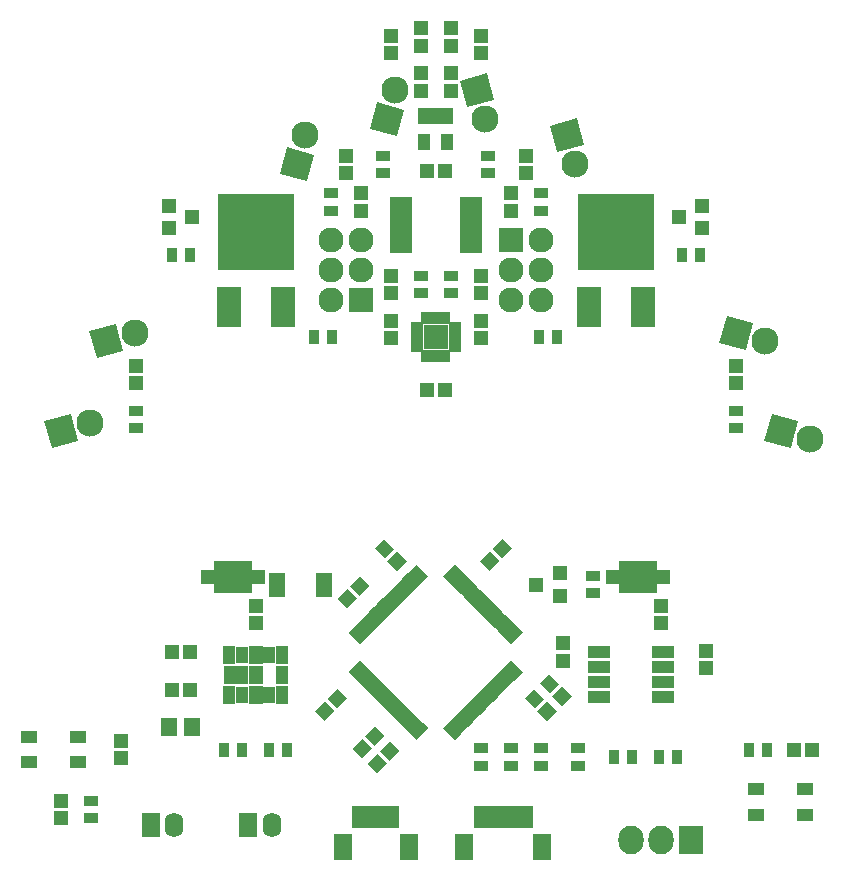
<source format=gbr>
G04 #@! TF.FileFunction,Soldermask,Top*
%FSLAX46Y46*%
G04 Gerber Fmt 4.6, Leading zero omitted, Abs format (unit mm)*
G04 Created by KiCad (PCBNEW 4.0.1-stable) date 2016/09/09 15:29:28*
%MOMM*%
G01*
G04 APERTURE LIST*
%ADD10C,0.100000*%
%ADD11R,1.000000X1.950000*%
%ADD12R,1.600000X2.200000*%
%ADD13R,1.150000X1.200000*%
%ADD14R,1.200000X1.150000*%
%ADD15R,1.400000X1.650000*%
%ADD16R,1.197560X1.197560*%
%ADD17R,2.127200X2.127200*%
%ADD18O,2.127200X2.127200*%
%ADD19R,1.200100X1.200100*%
%ADD20R,0.900000X1.300000*%
%ADD21R,1.300000X0.900000*%
%ADD22R,1.400000X2.000000*%
%ADD23R,1.450000X1.050000*%
%ADD24R,2.127200X2.432000*%
%ADD25O,2.127200X2.432000*%
%ADD26R,1.050000X1.460000*%
%ADD27R,1.950000X1.000000*%
%ADD28R,2.051000X3.448000*%
%ADD29R,6.496000X6.496000*%
%ADD30R,1.850000X0.850000*%
%ADD31C,2.300000*%
%ADD32R,1.000000X0.580000*%
%ADD33R,1.275000X1.200000*%
%ADD34R,0.580000X1.000000*%
%ADD35R,5.400000X1.300000*%
%ADD36C,1.200000*%
%ADD37R,0.680000X0.900000*%
%ADD38R,1.600000X2.100000*%
%ADD39O,1.600000X2.100000*%
%ADD40R,1.200000X1.500000*%
%ADD41R,1.100000X1.500000*%
%ADD42R,1.100000X1.400000*%
%ADD43R,1.000000X1.500000*%
G04 APERTURE END LIST*
D10*
D11*
X150715000Y-118692500D03*
X149715000Y-118692500D03*
X148715000Y-118692500D03*
X147715000Y-118692500D03*
X146715000Y-118692500D03*
D12*
X152015000Y-121217500D03*
X145415000Y-121217500D03*
D10*
G36*
X134658008Y-107798820D02*
X135471180Y-108611992D01*
X134622652Y-109460520D01*
X133809480Y-108647348D01*
X134658008Y-107798820D01*
X134658008Y-107798820D01*
G37*
G36*
X133597348Y-108859480D02*
X134410520Y-109672652D01*
X133561992Y-110521180D01*
X132748820Y-109708008D01*
X133597348Y-108859480D01*
X133597348Y-108859480D01*
G37*
G36*
X139103008Y-112243820D02*
X139916180Y-113056992D01*
X139067652Y-113905520D01*
X138254480Y-113092348D01*
X139103008Y-112243820D01*
X139103008Y-112243820D01*
G37*
G36*
X138042348Y-113304480D02*
X138855520Y-114117652D01*
X138006992Y-114966180D01*
X137193820Y-114153008D01*
X138042348Y-113304480D01*
X138042348Y-113304480D01*
G37*
G36*
X151798820Y-107341992D02*
X152611992Y-106528820D01*
X153460520Y-107377348D01*
X152647348Y-108190520D01*
X151798820Y-107341992D01*
X151798820Y-107341992D01*
G37*
G36*
X152859480Y-108402652D02*
X153672652Y-107589480D01*
X154521180Y-108438008D01*
X153708008Y-109251180D01*
X152859480Y-108402652D01*
X152859480Y-108402652D01*
G37*
G36*
X147531992Y-97821180D02*
X146718820Y-97008008D01*
X147567348Y-96159480D01*
X148380520Y-96972652D01*
X147531992Y-97821180D01*
X147531992Y-97821180D01*
G37*
G36*
X148592652Y-96760520D02*
X147779480Y-95947348D01*
X148628008Y-95098820D01*
X149441180Y-95911992D01*
X148592652Y-96760520D01*
X148592652Y-96760520D01*
G37*
G36*
X135466992Y-100996180D02*
X134653820Y-100183008D01*
X135502348Y-99334480D01*
X136315520Y-100147652D01*
X135466992Y-100996180D01*
X135466992Y-100996180D01*
G37*
G36*
X136527652Y-99935520D02*
X135714480Y-99122348D01*
X136563008Y-98273820D01*
X137376180Y-99086992D01*
X136527652Y-99935520D01*
X136527652Y-99935520D01*
G37*
G36*
X140551180Y-97008008D02*
X139738008Y-97821180D01*
X138889480Y-96972652D01*
X139702652Y-96159480D01*
X140551180Y-97008008D01*
X140551180Y-97008008D01*
G37*
G36*
X139490520Y-95947348D02*
X138677348Y-96760520D01*
X137828820Y-95911992D01*
X138641992Y-95098820D01*
X139490520Y-95947348D01*
X139490520Y-95947348D01*
G37*
D13*
X116330000Y-112220000D03*
X116330000Y-113720000D03*
D10*
G36*
X137833008Y-110973820D02*
X138646180Y-111786992D01*
X137797652Y-112635520D01*
X136984480Y-111822348D01*
X137833008Y-110973820D01*
X137833008Y-110973820D01*
G37*
G36*
X136772348Y-112034480D02*
X137585520Y-112847652D01*
X136736992Y-113696180D01*
X135923820Y-112883008D01*
X136772348Y-112034480D01*
X136772348Y-112034480D01*
G37*
G36*
X150528820Y-108611992D02*
X151341992Y-107798820D01*
X152190520Y-108647348D01*
X151377348Y-109460520D01*
X150528820Y-108611992D01*
X150528820Y-108611992D01*
G37*
G36*
X151589480Y-109672652D02*
X152402652Y-108859480D01*
X153251180Y-109708008D01*
X152438008Y-110521180D01*
X151589480Y-109672652D01*
X151589480Y-109672652D01*
G37*
D13*
X127760000Y-100790000D03*
X127760000Y-102290000D03*
X162050000Y-100790000D03*
X162050000Y-102290000D03*
D14*
X122160000Y-104715000D03*
X120660000Y-104715000D03*
X122160000Y-107890000D03*
X120660000Y-107890000D03*
D15*
X122410000Y-111065000D03*
X120410000Y-111065000D03*
D13*
X141730000Y-57205000D03*
X141730000Y-55705000D03*
D14*
X143750000Y-63948000D03*
X142250000Y-63948000D03*
D13*
X144270000Y-57205000D03*
X144270000Y-55705000D03*
X165860000Y-104600000D03*
X165860000Y-106100000D03*
X153795000Y-103965000D03*
X153795000Y-105465000D03*
X136650000Y-65865000D03*
X136650000Y-67365000D03*
X135380000Y-64190000D03*
X135380000Y-62690000D03*
X139190000Y-72850000D03*
X139190000Y-74350000D03*
X117600000Y-80470000D03*
X117600000Y-81970000D03*
X146810000Y-72850000D03*
X146810000Y-74350000D03*
X168400000Y-80470000D03*
X168400000Y-81970000D03*
X149350000Y-65865000D03*
X149350000Y-67365000D03*
X150620000Y-64190000D03*
X150620000Y-62690000D03*
X139190000Y-78160000D03*
X139190000Y-76660000D03*
X146810000Y-76660000D03*
X146810000Y-78160000D03*
D14*
X142250000Y-82490000D03*
X143750000Y-82490000D03*
X173365000Y-112970000D03*
X174865000Y-112970000D03*
D16*
X139190000Y-52530700D03*
X139190000Y-54029300D03*
X141730000Y-51895700D03*
X141730000Y-53394300D03*
X144270000Y-51895700D03*
X144270000Y-53394300D03*
X146810000Y-52530700D03*
X146810000Y-54029300D03*
D17*
X136650000Y-74870000D03*
D18*
X134110000Y-74870000D03*
X136650000Y-72330000D03*
X134110000Y-72330000D03*
X136650000Y-69790000D03*
X134110000Y-69790000D03*
D17*
X149350000Y-69790000D03*
D18*
X151890000Y-69790000D03*
X149350000Y-72330000D03*
X151890000Y-72330000D03*
X149350000Y-74870000D03*
X151890000Y-74870000D03*
D19*
X165590760Y-68835000D03*
X165590760Y-66935000D03*
X163591780Y-67885000D03*
X120409240Y-66935000D03*
X120409240Y-68835000D03*
X122408220Y-67885000D03*
X153525760Y-99950000D03*
X153525760Y-98050000D03*
X151526780Y-99000000D03*
D20*
X163435000Y-113605000D03*
X161935000Y-113605000D03*
X128915000Y-112970000D03*
X130415000Y-112970000D03*
X159625000Y-113605000D03*
X158125000Y-113605000D03*
X126605000Y-112970000D03*
X125105000Y-112970000D03*
X151775000Y-78045000D03*
X153275000Y-78045000D03*
X165340000Y-71060000D03*
X163840000Y-71060000D03*
D21*
X134110000Y-65865000D03*
X134110000Y-67365000D03*
X138555000Y-62690000D03*
X138555000Y-64190000D03*
X141730000Y-72850000D03*
X141730000Y-74350000D03*
X117600000Y-84280000D03*
X117600000Y-85780000D03*
X144270000Y-72850000D03*
X144270000Y-74350000D03*
X168400000Y-84280000D03*
X168400000Y-85780000D03*
X151890000Y-65865000D03*
X151890000Y-67365000D03*
X147445000Y-62690000D03*
X147445000Y-64190000D03*
D20*
X134225000Y-78045000D03*
X132725000Y-78045000D03*
X120660000Y-71060000D03*
X122160000Y-71060000D03*
X169555000Y-112970000D03*
X171055000Y-112970000D03*
D21*
X146810000Y-112855000D03*
X146810000Y-114355000D03*
X149350000Y-112855000D03*
X149350000Y-114355000D03*
X151890000Y-112855000D03*
X151890000Y-114355000D03*
X155065000Y-112855000D03*
X155065000Y-114355000D03*
X156335000Y-99750000D03*
X156335000Y-98250000D03*
D22*
X129570000Y-99000000D03*
X133570000Y-99000000D03*
D23*
X108540000Y-111895000D03*
X112690000Y-111895000D03*
X108540000Y-114045000D03*
X112690000Y-114045000D03*
D24*
X164590000Y-120590000D03*
D25*
X162050000Y-120590000D03*
X159510000Y-120590000D03*
D23*
X170135000Y-116340000D03*
X174285000Y-116340000D03*
X170135000Y-118490000D03*
X174285000Y-118490000D03*
D10*
G36*
X140896358Y-97767676D02*
X141355977Y-97308057D01*
X142345926Y-98298006D01*
X141886307Y-98757625D01*
X140896358Y-97767676D01*
X140896358Y-97767676D01*
G37*
G36*
X140542804Y-98121229D02*
X141002423Y-97661610D01*
X141992372Y-98651559D01*
X141532753Y-99111178D01*
X140542804Y-98121229D01*
X140542804Y-98121229D01*
G37*
G36*
X140189251Y-98474783D02*
X140648870Y-98015164D01*
X141638819Y-99005113D01*
X141179200Y-99464732D01*
X140189251Y-98474783D01*
X140189251Y-98474783D01*
G37*
G36*
X139835698Y-98828336D02*
X140295317Y-98368717D01*
X141285266Y-99358666D01*
X140825647Y-99818285D01*
X139835698Y-98828336D01*
X139835698Y-98828336D01*
G37*
G36*
X139482144Y-99181889D02*
X139941763Y-98722270D01*
X140931712Y-99712219D01*
X140472093Y-100171838D01*
X139482144Y-99181889D01*
X139482144Y-99181889D01*
G37*
G36*
X139128591Y-99535443D02*
X139588210Y-99075824D01*
X140578159Y-100065773D01*
X140118540Y-100525392D01*
X139128591Y-99535443D01*
X139128591Y-99535443D01*
G37*
G36*
X138775037Y-99888996D02*
X139234656Y-99429377D01*
X140224605Y-100419326D01*
X139764986Y-100878945D01*
X138775037Y-99888996D01*
X138775037Y-99888996D01*
G37*
G36*
X138421484Y-100242550D02*
X138881103Y-99782931D01*
X139871052Y-100772880D01*
X139411433Y-101232499D01*
X138421484Y-100242550D01*
X138421484Y-100242550D01*
G37*
G36*
X138067931Y-100596103D02*
X138527550Y-100136484D01*
X139517499Y-101126433D01*
X139057880Y-101586052D01*
X138067931Y-100596103D01*
X138067931Y-100596103D01*
G37*
G36*
X137714377Y-100949656D02*
X138173996Y-100490037D01*
X139163945Y-101479986D01*
X138704326Y-101939605D01*
X137714377Y-100949656D01*
X137714377Y-100949656D01*
G37*
G36*
X137360824Y-101303210D02*
X137820443Y-100843591D01*
X138810392Y-101833540D01*
X138350773Y-102293159D01*
X137360824Y-101303210D01*
X137360824Y-101303210D01*
G37*
G36*
X137007270Y-101656763D02*
X137466889Y-101197144D01*
X138456838Y-102187093D01*
X137997219Y-102646712D01*
X137007270Y-101656763D01*
X137007270Y-101656763D01*
G37*
G36*
X136653717Y-102010317D02*
X137113336Y-101550698D01*
X138103285Y-102540647D01*
X137643666Y-103000266D01*
X136653717Y-102010317D01*
X136653717Y-102010317D01*
G37*
G36*
X136300164Y-102363870D02*
X136759783Y-101904251D01*
X137749732Y-102894200D01*
X137290113Y-103353819D01*
X136300164Y-102363870D01*
X136300164Y-102363870D01*
G37*
G36*
X135946610Y-102717423D02*
X136406229Y-102257804D01*
X137396178Y-103247753D01*
X136936559Y-103707372D01*
X135946610Y-102717423D01*
X135946610Y-102717423D01*
G37*
G36*
X135593057Y-103070977D02*
X136052676Y-102611358D01*
X137042625Y-103601307D01*
X136583006Y-104060926D01*
X135593057Y-103070977D01*
X135593057Y-103070977D01*
G37*
G36*
X136052676Y-106818642D02*
X135593057Y-106359023D01*
X136583006Y-105369074D01*
X137042625Y-105828693D01*
X136052676Y-106818642D01*
X136052676Y-106818642D01*
G37*
G36*
X136406229Y-107172196D02*
X135946610Y-106712577D01*
X136936559Y-105722628D01*
X137396178Y-106182247D01*
X136406229Y-107172196D01*
X136406229Y-107172196D01*
G37*
G36*
X136759783Y-107525749D02*
X136300164Y-107066130D01*
X137290113Y-106076181D01*
X137749732Y-106535800D01*
X136759783Y-107525749D01*
X136759783Y-107525749D01*
G37*
G36*
X137113336Y-107879302D02*
X136653717Y-107419683D01*
X137643666Y-106429734D01*
X138103285Y-106889353D01*
X137113336Y-107879302D01*
X137113336Y-107879302D01*
G37*
G36*
X137466889Y-108232856D02*
X137007270Y-107773237D01*
X137997219Y-106783288D01*
X138456838Y-107242907D01*
X137466889Y-108232856D01*
X137466889Y-108232856D01*
G37*
G36*
X137820443Y-108586409D02*
X137360824Y-108126790D01*
X138350773Y-107136841D01*
X138810392Y-107596460D01*
X137820443Y-108586409D01*
X137820443Y-108586409D01*
G37*
G36*
X138173996Y-108939963D02*
X137714377Y-108480344D01*
X138704326Y-107490395D01*
X139163945Y-107950014D01*
X138173996Y-108939963D01*
X138173996Y-108939963D01*
G37*
G36*
X138527550Y-109293516D02*
X138067931Y-108833897D01*
X139057880Y-107843948D01*
X139517499Y-108303567D01*
X138527550Y-109293516D01*
X138527550Y-109293516D01*
G37*
G36*
X138881103Y-109647069D02*
X138421484Y-109187450D01*
X139411433Y-108197501D01*
X139871052Y-108657120D01*
X138881103Y-109647069D01*
X138881103Y-109647069D01*
G37*
G36*
X139234656Y-110000623D02*
X138775037Y-109541004D01*
X139764986Y-108551055D01*
X140224605Y-109010674D01*
X139234656Y-110000623D01*
X139234656Y-110000623D01*
G37*
G36*
X139588210Y-110354176D02*
X139128591Y-109894557D01*
X140118540Y-108904608D01*
X140578159Y-109364227D01*
X139588210Y-110354176D01*
X139588210Y-110354176D01*
G37*
G36*
X139941763Y-110707730D02*
X139482144Y-110248111D01*
X140472093Y-109258162D01*
X140931712Y-109717781D01*
X139941763Y-110707730D01*
X139941763Y-110707730D01*
G37*
G36*
X140295317Y-111061283D02*
X139835698Y-110601664D01*
X140825647Y-109611715D01*
X141285266Y-110071334D01*
X140295317Y-111061283D01*
X140295317Y-111061283D01*
G37*
G36*
X140648870Y-111414836D02*
X140189251Y-110955217D01*
X141179200Y-109965268D01*
X141638819Y-110424887D01*
X140648870Y-111414836D01*
X140648870Y-111414836D01*
G37*
G36*
X141002423Y-111768390D02*
X140542804Y-111308771D01*
X141532753Y-110318822D01*
X141992372Y-110778441D01*
X141002423Y-111768390D01*
X141002423Y-111768390D01*
G37*
G36*
X141355977Y-112121943D02*
X140896358Y-111662324D01*
X141886307Y-110672375D01*
X142345926Y-111131994D01*
X141355977Y-112121943D01*
X141355977Y-112121943D01*
G37*
G36*
X143654074Y-111131994D02*
X144113693Y-110672375D01*
X145103642Y-111662324D01*
X144644023Y-112121943D01*
X143654074Y-111131994D01*
X143654074Y-111131994D01*
G37*
G36*
X144007628Y-110778441D02*
X144467247Y-110318822D01*
X145457196Y-111308771D01*
X144997577Y-111768390D01*
X144007628Y-110778441D01*
X144007628Y-110778441D01*
G37*
G36*
X144361181Y-110424887D02*
X144820800Y-109965268D01*
X145810749Y-110955217D01*
X145351130Y-111414836D01*
X144361181Y-110424887D01*
X144361181Y-110424887D01*
G37*
G36*
X144714734Y-110071334D02*
X145174353Y-109611715D01*
X146164302Y-110601664D01*
X145704683Y-111061283D01*
X144714734Y-110071334D01*
X144714734Y-110071334D01*
G37*
G36*
X145068288Y-109717781D02*
X145527907Y-109258162D01*
X146517856Y-110248111D01*
X146058237Y-110707730D01*
X145068288Y-109717781D01*
X145068288Y-109717781D01*
G37*
G36*
X145421841Y-109364227D02*
X145881460Y-108904608D01*
X146871409Y-109894557D01*
X146411790Y-110354176D01*
X145421841Y-109364227D01*
X145421841Y-109364227D01*
G37*
G36*
X145775395Y-109010674D02*
X146235014Y-108551055D01*
X147224963Y-109541004D01*
X146765344Y-110000623D01*
X145775395Y-109010674D01*
X145775395Y-109010674D01*
G37*
G36*
X146128948Y-108657120D02*
X146588567Y-108197501D01*
X147578516Y-109187450D01*
X147118897Y-109647069D01*
X146128948Y-108657120D01*
X146128948Y-108657120D01*
G37*
G36*
X146482501Y-108303567D02*
X146942120Y-107843948D01*
X147932069Y-108833897D01*
X147472450Y-109293516D01*
X146482501Y-108303567D01*
X146482501Y-108303567D01*
G37*
G36*
X146836055Y-107950014D02*
X147295674Y-107490395D01*
X148285623Y-108480344D01*
X147826004Y-108939963D01*
X146836055Y-107950014D01*
X146836055Y-107950014D01*
G37*
G36*
X147189608Y-107596460D02*
X147649227Y-107136841D01*
X148639176Y-108126790D01*
X148179557Y-108586409D01*
X147189608Y-107596460D01*
X147189608Y-107596460D01*
G37*
G36*
X147543162Y-107242907D02*
X148002781Y-106783288D01*
X148992730Y-107773237D01*
X148533111Y-108232856D01*
X147543162Y-107242907D01*
X147543162Y-107242907D01*
G37*
G36*
X147896715Y-106889353D02*
X148356334Y-106429734D01*
X149346283Y-107419683D01*
X148886664Y-107879302D01*
X147896715Y-106889353D01*
X147896715Y-106889353D01*
G37*
G36*
X148250268Y-106535800D02*
X148709887Y-106076181D01*
X149699836Y-107066130D01*
X149240217Y-107525749D01*
X148250268Y-106535800D01*
X148250268Y-106535800D01*
G37*
G36*
X148603822Y-106182247D02*
X149063441Y-105722628D01*
X150053390Y-106712577D01*
X149593771Y-107172196D01*
X148603822Y-106182247D01*
X148603822Y-106182247D01*
G37*
G36*
X148957375Y-105828693D02*
X149416994Y-105369074D01*
X150406943Y-106359023D01*
X149947324Y-106818642D01*
X148957375Y-105828693D01*
X148957375Y-105828693D01*
G37*
G36*
X149416994Y-104060926D02*
X148957375Y-103601307D01*
X149947324Y-102611358D01*
X150406943Y-103070977D01*
X149416994Y-104060926D01*
X149416994Y-104060926D01*
G37*
G36*
X149063441Y-103707372D02*
X148603822Y-103247753D01*
X149593771Y-102257804D01*
X150053390Y-102717423D01*
X149063441Y-103707372D01*
X149063441Y-103707372D01*
G37*
G36*
X148709887Y-103353819D02*
X148250268Y-102894200D01*
X149240217Y-101904251D01*
X149699836Y-102363870D01*
X148709887Y-103353819D01*
X148709887Y-103353819D01*
G37*
G36*
X148356334Y-103000266D02*
X147896715Y-102540647D01*
X148886664Y-101550698D01*
X149346283Y-102010317D01*
X148356334Y-103000266D01*
X148356334Y-103000266D01*
G37*
G36*
X148002781Y-102646712D02*
X147543162Y-102187093D01*
X148533111Y-101197144D01*
X148992730Y-101656763D01*
X148002781Y-102646712D01*
X148002781Y-102646712D01*
G37*
G36*
X147649227Y-102293159D02*
X147189608Y-101833540D01*
X148179557Y-100843591D01*
X148639176Y-101303210D01*
X147649227Y-102293159D01*
X147649227Y-102293159D01*
G37*
G36*
X147295674Y-101939605D02*
X146836055Y-101479986D01*
X147826004Y-100490037D01*
X148285623Y-100949656D01*
X147295674Y-101939605D01*
X147295674Y-101939605D01*
G37*
G36*
X146942120Y-101586052D02*
X146482501Y-101126433D01*
X147472450Y-100136484D01*
X147932069Y-100596103D01*
X146942120Y-101586052D01*
X146942120Y-101586052D01*
G37*
G36*
X146588567Y-101232499D02*
X146128948Y-100772880D01*
X147118897Y-99782931D01*
X147578516Y-100242550D01*
X146588567Y-101232499D01*
X146588567Y-101232499D01*
G37*
G36*
X146235014Y-100878945D02*
X145775395Y-100419326D01*
X146765344Y-99429377D01*
X147224963Y-99888996D01*
X146235014Y-100878945D01*
X146235014Y-100878945D01*
G37*
G36*
X145881460Y-100525392D02*
X145421841Y-100065773D01*
X146411790Y-99075824D01*
X146871409Y-99535443D01*
X145881460Y-100525392D01*
X145881460Y-100525392D01*
G37*
G36*
X145527907Y-100171838D02*
X145068288Y-99712219D01*
X146058237Y-98722270D01*
X146517856Y-99181889D01*
X145527907Y-100171838D01*
X145527907Y-100171838D01*
G37*
G36*
X145174353Y-99818285D02*
X144714734Y-99358666D01*
X145704683Y-98368717D01*
X146164302Y-98828336D01*
X145174353Y-99818285D01*
X145174353Y-99818285D01*
G37*
G36*
X144820800Y-99464732D02*
X144361181Y-99005113D01*
X145351130Y-98015164D01*
X145810749Y-98474783D01*
X144820800Y-99464732D01*
X144820800Y-99464732D01*
G37*
G36*
X144467247Y-99111178D02*
X144007628Y-98651559D01*
X144997577Y-97661610D01*
X145457196Y-98121229D01*
X144467247Y-99111178D01*
X144467247Y-99111178D01*
G37*
G36*
X144113693Y-98757625D02*
X143654074Y-98298006D01*
X144644023Y-97308057D01*
X145103642Y-97767676D01*
X144113693Y-98757625D01*
X144113693Y-98757625D01*
G37*
D26*
X143950000Y-59292000D03*
X143000000Y-59292000D03*
X142050000Y-59292000D03*
X142050000Y-61492000D03*
X143950000Y-61492000D03*
D27*
X156810000Y-104715000D03*
X156810000Y-105985000D03*
X156810000Y-107255000D03*
X156810000Y-108525000D03*
X162210000Y-108525000D03*
X162210000Y-107255000D03*
X162210000Y-105985000D03*
X162210000Y-104715000D03*
D28*
X155954000Y-75505000D03*
D29*
X158240000Y-69155000D03*
D28*
X160526000Y-75505000D03*
D30*
X140050000Y-66570000D03*
X140050000Y-67220000D03*
X140050000Y-67870000D03*
X140050000Y-68520000D03*
X140050000Y-69170000D03*
X140050000Y-69820000D03*
X140050000Y-70470000D03*
X145950000Y-70470000D03*
X145950000Y-69820000D03*
X145950000Y-69170000D03*
X145950000Y-68520000D03*
X145950000Y-67870000D03*
X145950000Y-67220000D03*
X145950000Y-66570000D03*
D28*
X125474000Y-75505000D03*
D29*
X127760000Y-69155000D03*
D28*
X130046000Y-75505000D03*
D10*
G36*
X169243506Y-79173053D02*
X167021876Y-78577769D01*
X167643042Y-76259547D01*
X169864672Y-76854831D01*
X169243506Y-79173053D01*
X169243506Y-79173053D01*
G37*
D31*
X170896726Y-78373700D03*
D10*
G36*
X173053506Y-87428053D02*
X170831876Y-86832769D01*
X171453042Y-84514547D01*
X173674672Y-85109831D01*
X173053506Y-87428053D01*
X173053506Y-87428053D01*
G37*
D31*
X174706726Y-86628700D03*
D10*
G36*
X145619831Y-58554672D02*
X145024547Y-56333042D01*
X147342769Y-55711876D01*
X147938053Y-57933506D01*
X145619831Y-58554672D01*
X145619831Y-58554672D01*
G37*
D31*
X147138700Y-59586726D03*
D10*
G36*
X153239831Y-62364672D02*
X152644547Y-60143042D01*
X154962769Y-59521876D01*
X155558053Y-61743506D01*
X153239831Y-62364672D01*
X153239831Y-62364672D01*
G37*
D31*
X154758700Y-63396726D03*
D10*
G36*
X140318053Y-58786494D02*
X139722769Y-61008124D01*
X137404547Y-60386958D01*
X137999831Y-58165328D01*
X140318053Y-58786494D01*
X140318053Y-58786494D01*
G37*
D31*
X139518700Y-57133274D03*
D10*
G36*
X116524672Y-79235169D02*
X114303042Y-79830453D01*
X113681876Y-77512231D01*
X115903506Y-76916947D01*
X116524672Y-79235169D01*
X116524672Y-79235169D01*
G37*
D31*
X117556726Y-77716300D03*
D10*
G36*
X112714672Y-86855169D02*
X110493042Y-87450453D01*
X109871876Y-85132231D01*
X112093506Y-84536947D01*
X112714672Y-86855169D01*
X112714672Y-86855169D01*
G37*
D31*
X113746726Y-85336300D03*
D10*
G36*
X132698053Y-62596494D02*
X132102769Y-64818124D01*
X129784547Y-64196958D01*
X130379831Y-61975328D01*
X132698053Y-62596494D01*
X132698053Y-62596494D01*
G37*
D31*
X131898700Y-60943274D03*
D32*
X141400000Y-77045000D03*
D33*
X143435000Y-78445000D03*
X143435000Y-77645000D03*
X142565000Y-78445000D03*
X142565000Y-77645000D03*
D32*
X141400000Y-77445000D03*
X141400000Y-77845000D03*
X141400000Y-78245000D03*
X141400000Y-78645000D03*
X141400000Y-79045000D03*
D34*
X142000000Y-79645000D03*
X142400000Y-79645000D03*
X142800000Y-79645000D03*
X143200000Y-79645000D03*
X143600000Y-79645000D03*
X144000000Y-79645000D03*
D32*
X144600000Y-79045000D03*
X144600000Y-78645000D03*
X144600000Y-78245000D03*
X144600000Y-77845000D03*
X144600000Y-77445000D03*
X144600000Y-77045000D03*
D34*
X144000000Y-76445000D03*
X143600000Y-76445000D03*
X143200000Y-76445000D03*
X142800000Y-76445000D03*
X142400000Y-76445000D03*
X142000000Y-76445000D03*
D16*
X111250000Y-118799300D03*
X111250000Y-117300700D03*
D21*
X113790000Y-117300000D03*
X113790000Y-118800000D03*
D35*
X160145000Y-98365000D03*
D36*
X160145000Y-98365000D03*
D37*
X161395000Y-97415000D03*
D36*
X161145000Y-98365000D03*
X159145000Y-98365000D03*
D37*
X160895000Y-97415000D03*
X160395000Y-97415000D03*
X159895000Y-97415000D03*
X159395000Y-97415000D03*
X158895000Y-97415000D03*
X158895000Y-99315000D03*
X159395000Y-99315000D03*
X159895000Y-99315000D03*
X160395000Y-99315000D03*
X160895000Y-99315000D03*
X161395000Y-99315000D03*
D38*
X118870000Y-119320000D03*
D39*
X120870000Y-119320000D03*
D38*
X127125000Y-119320000D03*
D39*
X129125000Y-119320000D03*
D11*
X139420000Y-118692500D03*
X138420000Y-118692500D03*
X137420000Y-118692500D03*
X136420000Y-118692500D03*
D12*
X140720000Y-121217500D03*
X135120000Y-121217500D03*
D35*
X125855000Y-98365000D03*
D36*
X125855000Y-98365000D03*
D37*
X127105000Y-97415000D03*
D36*
X126855000Y-98365000D03*
X124855000Y-98365000D03*
D37*
X126605000Y-97415000D03*
X126105000Y-97415000D03*
X125605000Y-97415000D03*
X125105000Y-97415000D03*
X124605000Y-97415000D03*
X124605000Y-99315000D03*
X125105000Y-99315000D03*
X125605000Y-99315000D03*
X126105000Y-99315000D03*
X126605000Y-99315000D03*
X127105000Y-99315000D03*
D40*
X127760000Y-106620000D03*
D41*
X130010000Y-108320000D03*
D42*
X128910000Y-108320000D03*
D40*
X127760000Y-108320000D03*
D42*
X126610000Y-108320000D03*
D41*
X125510000Y-108320000D03*
D43*
X125560000Y-106620000D03*
D41*
X125510000Y-104920000D03*
D42*
X126610000Y-104920000D03*
D40*
X127760000Y-104920000D03*
D42*
X128910000Y-104920000D03*
D41*
X130010000Y-104920000D03*
D43*
X129960000Y-106620000D03*
D41*
X126610000Y-106620000D03*
M02*

</source>
